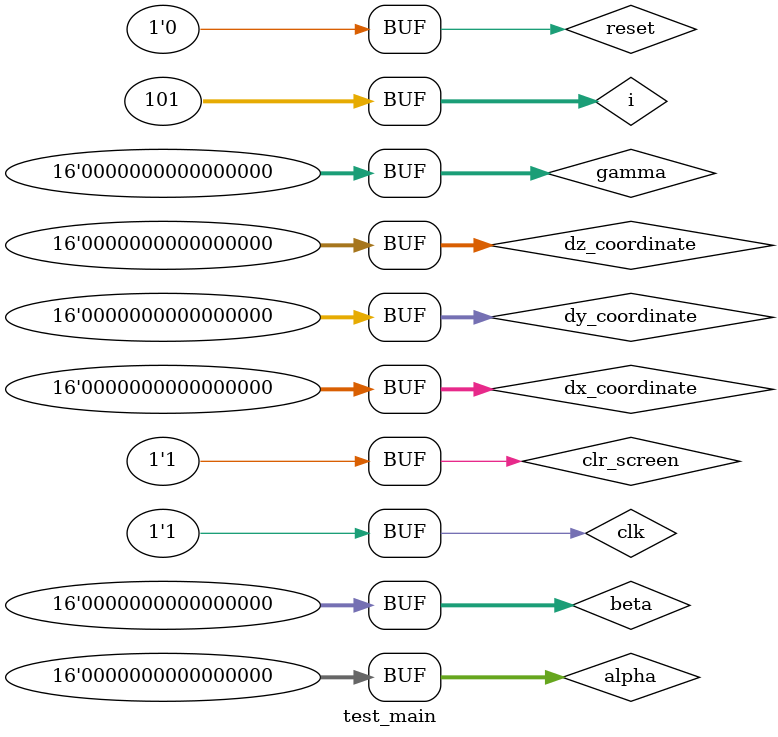
<source format=v>

`timescale 1ns/1ns
module test_main();
	reg clk, reset, clr_screen;
	reg [16-1:0] dx_coordinate; //change in x- coordinate
	reg [16-1:0] dy_coordinate; //change in y- coordinate
	reg [16-1:0] dz_coordinate; //change in z- coordinate

	reg [16-1:0] alpha; //change in x-angle (in degrees)
	reg [16-1:0] beta; //change in y-angle (in degrees)
	reg [16-1:0] gamma; //change in z-angle (in degrees)
	
	wire vga_clk; 
	wire [2:0]red, green; 
	wire [1:0]blue; 
	wire Hsync, Vsync, VGA_sync_n, VGA_blank_n;
	//wire transformed
	main uut (clk, reset, clr_screen,
				 dx_coordinate, dy_coordinate, dz_coordinate,
				 alpha, beta, gamma,
				 vga_clk, red, green, blue, 
				 Hsync, Vsync, VGA_sync_n, VGA_blank_n);
	
	initial begin

		dx_coordinate = 0; dy_coordinate = 0; dz_coordinate = 0;
		alpha = 0; beta = 0; gamma = 0; 
		reset = 0; clr_screen = 1; 
		
		#20 dx_coordinate = 16'd500;
		#20 dx_coordinate = 16'd0;

		# 20 alpha = 30;
		# 20 alpha = 0;
		# 20 beta = 60;
		# 20 beta = 0;
		# 20 gamma = 90;
		# 20 gamma = 0;
		//# 30 alpha = 30;


		# 10 $display("All combinations checked!");
	end
	
	integer i;
	
	initial begin  
	clk = 0;
		for (i=0;i<=100;i = i+1) begin
			#10 clk = ~clk;
		end
	end

endmodule 
</source>
